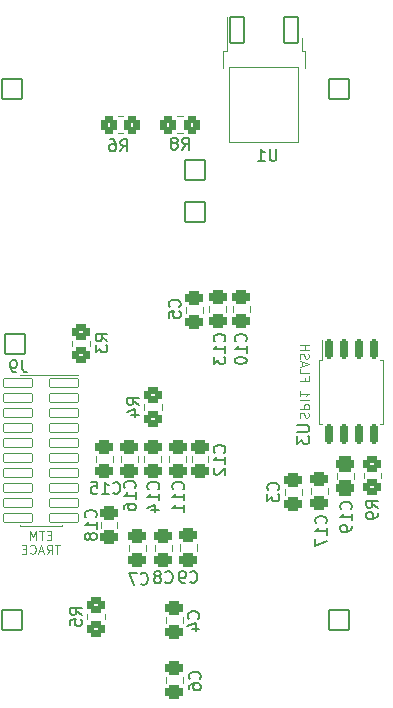
<source format=gbo>
%TF.GenerationSoftware,KiCad,Pcbnew,6.0.11+dfsg-1~bpo11+1*%
%TF.CreationDate,2023-05-10T08:43:11-04:00*%
%TF.ProjectId,proto-stm32f427,70726f74-6f2d-4737-946d-333266343237,rev?*%
%TF.SameCoordinates,Original*%
%TF.FileFunction,Legend,Bot*%
%TF.FilePolarity,Positive*%
%FSLAX46Y46*%
G04 Gerber Fmt 4.6, Leading zero omitted, Abs format (unit mm)*
G04 Created by KiCad (PCBNEW 6.0.11+dfsg-1~bpo11+1) date 2023-05-10 08:43:11*
%MOMM*%
%LPD*%
G01*
G04 APERTURE LIST*
G04 Aperture macros list*
%AMRoundRect*
0 Rectangle with rounded corners*
0 $1 Rounding radius*
0 $2 $3 $4 $5 $6 $7 $8 $9 X,Y pos of 4 corners*
0 Add a 4 corners polygon primitive as box body*
4,1,4,$2,$3,$4,$5,$6,$7,$8,$9,$2,$3,0*
0 Add four circle primitives for the rounded corners*
1,1,$1+$1,$2,$3*
1,1,$1+$1,$4,$5*
1,1,$1+$1,$6,$7*
1,1,$1+$1,$8,$9*
0 Add four rect primitives between the rounded corners*
20,1,$1+$1,$2,$3,$4,$5,0*
20,1,$1+$1,$4,$5,$6,$7,0*
20,1,$1+$1,$6,$7,$8,$9,0*
20,1,$1+$1,$8,$9,$2,$3,0*%
G04 Aperture macros list end*
%ADD10C,0.100000*%
%ADD11C,0.150000*%
%ADD12C,0.120000*%
%ADD13RoundRect,0.301000X-0.475000X0.337500X-0.475000X-0.337500X0.475000X-0.337500X0.475000X0.337500X0*%
%ADD14C,4.102000*%
%ADD15RoundRect,0.051000X-0.850000X-0.850000X0.850000X-0.850000X0.850000X0.850000X-0.850000X0.850000X0*%
%ADD16O,1.802000X1.802000*%
%ADD17RoundRect,0.051000X0.850000X-0.850000X0.850000X0.850000X-0.850000X0.850000X-0.850000X-0.850000X0*%
%ADD18C,1.602000*%
%ADD19C,0.752000*%
%ADD20O,1.102000X2.202000*%
%ADD21O,1.102000X1.902000*%
%ADD22RoundRect,0.301000X-0.450000X0.325000X-0.450000X-0.325000X0.450000X-0.325000X0.450000X0.325000X0*%
%ADD23RoundRect,0.301000X0.450000X-0.325000X0.450000X0.325000X-0.450000X0.325000X-0.450000X-0.325000X0*%
%ADD24RoundRect,0.301000X-0.450000X0.350000X-0.450000X-0.350000X0.450000X-0.350000X0.450000X0.350000X0*%
%ADD25RoundRect,0.051000X-0.600000X1.100000X-0.600000X-1.100000X0.600000X-1.100000X0.600000X1.100000X0*%
%ADD26RoundRect,0.051000X-2.900000X3.200000X-2.900000X-3.200000X2.900000X-3.200000X2.900000X3.200000X0*%
%ADD27RoundRect,0.301000X0.450000X-0.350000X0.450000X0.350000X-0.450000X0.350000X-0.450000X-0.350000X0*%
%ADD28RoundRect,0.301000X0.350000X0.450000X-0.350000X0.450000X-0.350000X-0.450000X0.350000X-0.450000X0*%
%ADD29RoundRect,0.301000X-0.350000X-0.450000X0.350000X-0.450000X0.350000X0.450000X-0.350000X0.450000X0*%
%ADD30RoundRect,0.051000X1.200000X0.370000X-1.200000X0.370000X-1.200000X-0.370000X1.200000X-0.370000X0*%
%ADD31RoundRect,0.201000X-0.150000X0.650000X-0.150000X-0.650000X0.150000X-0.650000X0.150000X0.650000X0*%
G04 APERTURE END LIST*
D10*
X129775000Y-152842678D02*
X129525000Y-152842678D01*
X129417857Y-153235535D02*
X129775000Y-153235535D01*
X129775000Y-152485535D01*
X129417857Y-152485535D01*
X129203571Y-152485535D02*
X128775000Y-152485535D01*
X128989285Y-153235535D02*
X128989285Y-152485535D01*
X128525000Y-153235535D02*
X128525000Y-152485535D01*
X128275000Y-153021250D01*
X128025000Y-152485535D01*
X128025000Y-153235535D01*
X130525000Y-153693035D02*
X130096428Y-153693035D01*
X130310714Y-154443035D02*
X130310714Y-153693035D01*
X129417857Y-154443035D02*
X129667857Y-154085892D01*
X129846428Y-154443035D02*
X129846428Y-153693035D01*
X129560714Y-153693035D01*
X129489285Y-153728750D01*
X129453571Y-153764464D01*
X129417857Y-153835892D01*
X129417857Y-153943035D01*
X129453571Y-154014464D01*
X129489285Y-154050178D01*
X129560714Y-154085892D01*
X129846428Y-154085892D01*
X129132142Y-154228750D02*
X128775000Y-154228750D01*
X129203571Y-154443035D02*
X128953571Y-153693035D01*
X128703571Y-154443035D01*
X128025000Y-154371607D02*
X128060714Y-154407321D01*
X128167857Y-154443035D01*
X128239285Y-154443035D01*
X128346428Y-154407321D01*
X128417857Y-154335892D01*
X128453571Y-154264464D01*
X128489285Y-154121607D01*
X128489285Y-154014464D01*
X128453571Y-153871607D01*
X128417857Y-153800178D01*
X128346428Y-153728750D01*
X128239285Y-153693035D01*
X128167857Y-153693035D01*
X128060714Y-153728750D01*
X128025000Y-153764464D01*
X127703571Y-154050178D02*
X127453571Y-154050178D01*
X127346428Y-154443035D02*
X127703571Y-154443035D01*
X127703571Y-153693035D01*
X127346428Y-153693035D01*
X150896428Y-142907142D02*
X150860714Y-142800000D01*
X150860714Y-142621428D01*
X150896428Y-142550000D01*
X150932142Y-142514285D01*
X151003571Y-142478571D01*
X151075000Y-142478571D01*
X151146428Y-142514285D01*
X151182142Y-142550000D01*
X151217857Y-142621428D01*
X151253571Y-142764285D01*
X151289285Y-142835714D01*
X151325000Y-142871428D01*
X151396428Y-142907142D01*
X151467857Y-142907142D01*
X151539285Y-142871428D01*
X151575000Y-142835714D01*
X151610714Y-142764285D01*
X151610714Y-142585714D01*
X151575000Y-142478571D01*
X150860714Y-142157142D02*
X151610714Y-142157142D01*
X151610714Y-141871428D01*
X151575000Y-141800000D01*
X151539285Y-141764285D01*
X151467857Y-141728571D01*
X151360714Y-141728571D01*
X151289285Y-141764285D01*
X151253571Y-141800000D01*
X151217857Y-141871428D01*
X151217857Y-142157142D01*
X150860714Y-141407142D02*
X151610714Y-141407142D01*
X150860714Y-140657142D02*
X150860714Y-141085714D01*
X150860714Y-140871428D02*
X151610714Y-140871428D01*
X151503571Y-140942857D01*
X151432142Y-141014285D01*
X151396428Y-141085714D01*
X151253571Y-139514285D02*
X151253571Y-139764285D01*
X150860714Y-139764285D02*
X151610714Y-139764285D01*
X151610714Y-139407142D01*
X150860714Y-138764285D02*
X150860714Y-139121428D01*
X151610714Y-139121428D01*
X151075000Y-138550000D02*
X151075000Y-138192857D01*
X150860714Y-138621428D02*
X151610714Y-138371428D01*
X150860714Y-138121428D01*
X150896428Y-137907142D02*
X150860714Y-137800000D01*
X150860714Y-137621428D01*
X150896428Y-137550000D01*
X150932142Y-137514285D01*
X151003571Y-137478571D01*
X151075000Y-137478571D01*
X151146428Y-137514285D01*
X151182142Y-137550000D01*
X151217857Y-137621428D01*
X151253571Y-137764285D01*
X151289285Y-137835714D01*
X151325000Y-137871428D01*
X151396428Y-137907142D01*
X151467857Y-137907142D01*
X151539285Y-137871428D01*
X151575000Y-137835714D01*
X151610714Y-137764285D01*
X151610714Y-137585714D01*
X151575000Y-137478571D01*
X150860714Y-137157142D02*
X151610714Y-137157142D01*
X151253571Y-137157142D02*
X151253571Y-136728571D01*
X150860714Y-136728571D02*
X151610714Y-136728571D01*
D11*
X155157142Y-150657142D02*
X155204761Y-150609523D01*
X155252380Y-150466666D01*
X155252380Y-150371428D01*
X155204761Y-150228571D01*
X155109523Y-150133333D01*
X155014285Y-150085714D01*
X154823809Y-150038095D01*
X154680952Y-150038095D01*
X154490476Y-150085714D01*
X154395238Y-150133333D01*
X154300000Y-150228571D01*
X154252380Y-150371428D01*
X154252380Y-150466666D01*
X154300000Y-150609523D01*
X154347619Y-150657142D01*
X155252380Y-151609523D02*
X155252380Y-151038095D01*
X155252380Y-151323809D02*
X154252380Y-151323809D01*
X154395238Y-151228571D01*
X154490476Y-151133333D01*
X154538095Y-151038095D01*
X155252380Y-152085714D02*
X155252380Y-152276190D01*
X155204761Y-152371428D01*
X155157142Y-152419047D01*
X155014285Y-152514285D01*
X154823809Y-152561904D01*
X154442857Y-152561904D01*
X154347619Y-152514285D01*
X154300000Y-152466666D01*
X154252380Y-152371428D01*
X154252380Y-152180952D01*
X154300000Y-152085714D01*
X154347619Y-152038095D01*
X154442857Y-151990476D01*
X154680952Y-151990476D01*
X154776190Y-152038095D01*
X154823809Y-152085714D01*
X154871428Y-152180952D01*
X154871428Y-152371428D01*
X154823809Y-152466666D01*
X154776190Y-152514285D01*
X154680952Y-152561904D01*
X149007142Y-149033333D02*
X149054761Y-148985714D01*
X149102380Y-148842857D01*
X149102380Y-148747619D01*
X149054761Y-148604761D01*
X148959523Y-148509523D01*
X148864285Y-148461904D01*
X148673809Y-148414285D01*
X148530952Y-148414285D01*
X148340476Y-148461904D01*
X148245238Y-148509523D01*
X148150000Y-148604761D01*
X148102380Y-148747619D01*
X148102380Y-148842857D01*
X148150000Y-148985714D01*
X148197619Y-149033333D01*
X148102380Y-149366666D02*
X148102380Y-149985714D01*
X148483333Y-149652380D01*
X148483333Y-149795238D01*
X148530952Y-149890476D01*
X148578571Y-149938095D01*
X148673809Y-149985714D01*
X148911904Y-149985714D01*
X149007142Y-149938095D01*
X149054761Y-149890476D01*
X149102380Y-149795238D01*
X149102380Y-149509523D01*
X149054761Y-149414285D01*
X149007142Y-149366666D01*
X142257142Y-159933333D02*
X142304761Y-159885714D01*
X142352380Y-159742857D01*
X142352380Y-159647619D01*
X142304761Y-159504761D01*
X142209523Y-159409523D01*
X142114285Y-159361904D01*
X141923809Y-159314285D01*
X141780952Y-159314285D01*
X141590476Y-159361904D01*
X141495238Y-159409523D01*
X141400000Y-159504761D01*
X141352380Y-159647619D01*
X141352380Y-159742857D01*
X141400000Y-159885714D01*
X141447619Y-159933333D01*
X141685714Y-160790476D02*
X142352380Y-160790476D01*
X141304761Y-160552380D02*
X142019047Y-160314285D01*
X142019047Y-160933333D01*
X140657142Y-133533333D02*
X140704761Y-133485714D01*
X140752380Y-133342857D01*
X140752380Y-133247619D01*
X140704761Y-133104761D01*
X140609523Y-133009523D01*
X140514285Y-132961904D01*
X140323809Y-132914285D01*
X140180952Y-132914285D01*
X139990476Y-132961904D01*
X139895238Y-133009523D01*
X139800000Y-133104761D01*
X139752380Y-133247619D01*
X139752380Y-133342857D01*
X139800000Y-133485714D01*
X139847619Y-133533333D01*
X139752380Y-134438095D02*
X139752380Y-133961904D01*
X140228571Y-133914285D01*
X140180952Y-133961904D01*
X140133333Y-134057142D01*
X140133333Y-134295238D01*
X140180952Y-134390476D01*
X140228571Y-134438095D01*
X140323809Y-134485714D01*
X140561904Y-134485714D01*
X140657142Y-134438095D01*
X140704761Y-134390476D01*
X140752380Y-134295238D01*
X140752380Y-134057142D01*
X140704761Y-133961904D01*
X140657142Y-133914285D01*
X139466666Y-156822142D02*
X139514285Y-156869761D01*
X139657142Y-156917380D01*
X139752380Y-156917380D01*
X139895238Y-156869761D01*
X139990476Y-156774523D01*
X140038095Y-156679285D01*
X140085714Y-156488809D01*
X140085714Y-156345952D01*
X140038095Y-156155476D01*
X139990476Y-156060238D01*
X139895238Y-155965000D01*
X139752380Y-155917380D01*
X139657142Y-155917380D01*
X139514285Y-155965000D01*
X139466666Y-156012619D01*
X138895238Y-156345952D02*
X138990476Y-156298333D01*
X139038095Y-156250714D01*
X139085714Y-156155476D01*
X139085714Y-156107857D01*
X139038095Y-156012619D01*
X138990476Y-155965000D01*
X138895238Y-155917380D01*
X138704761Y-155917380D01*
X138609523Y-155965000D01*
X138561904Y-156012619D01*
X138514285Y-156107857D01*
X138514285Y-156155476D01*
X138561904Y-156250714D01*
X138609523Y-156298333D01*
X138704761Y-156345952D01*
X138895238Y-156345952D01*
X138990476Y-156393571D01*
X139038095Y-156441190D01*
X139085714Y-156536428D01*
X139085714Y-156726904D01*
X139038095Y-156822142D01*
X138990476Y-156869761D01*
X138895238Y-156917380D01*
X138704761Y-156917380D01*
X138609523Y-156869761D01*
X138561904Y-156822142D01*
X138514285Y-156726904D01*
X138514285Y-156536428D01*
X138561904Y-156441190D01*
X138609523Y-156393571D01*
X138704761Y-156345952D01*
X141566666Y-156797142D02*
X141614285Y-156844761D01*
X141757142Y-156892380D01*
X141852380Y-156892380D01*
X141995238Y-156844761D01*
X142090476Y-156749523D01*
X142138095Y-156654285D01*
X142185714Y-156463809D01*
X142185714Y-156320952D01*
X142138095Y-156130476D01*
X142090476Y-156035238D01*
X141995238Y-155940000D01*
X141852380Y-155892380D01*
X141757142Y-155892380D01*
X141614285Y-155940000D01*
X141566666Y-155987619D01*
X141090476Y-156892380D02*
X140900000Y-156892380D01*
X140804761Y-156844761D01*
X140757142Y-156797142D01*
X140661904Y-156654285D01*
X140614285Y-156463809D01*
X140614285Y-156082857D01*
X140661904Y-155987619D01*
X140709523Y-155940000D01*
X140804761Y-155892380D01*
X140995238Y-155892380D01*
X141090476Y-155940000D01*
X141138095Y-155987619D01*
X141185714Y-156082857D01*
X141185714Y-156320952D01*
X141138095Y-156416190D01*
X141090476Y-156463809D01*
X140995238Y-156511428D01*
X140804761Y-156511428D01*
X140709523Y-156463809D01*
X140661904Y-156416190D01*
X140614285Y-156320952D01*
X146257142Y-136457142D02*
X146304761Y-136409523D01*
X146352380Y-136266666D01*
X146352380Y-136171428D01*
X146304761Y-136028571D01*
X146209523Y-135933333D01*
X146114285Y-135885714D01*
X145923809Y-135838095D01*
X145780952Y-135838095D01*
X145590476Y-135885714D01*
X145495238Y-135933333D01*
X145400000Y-136028571D01*
X145352380Y-136171428D01*
X145352380Y-136266666D01*
X145400000Y-136409523D01*
X145447619Y-136457142D01*
X146352380Y-137409523D02*
X146352380Y-136838095D01*
X146352380Y-137123809D02*
X145352380Y-137123809D01*
X145495238Y-137028571D01*
X145590476Y-136933333D01*
X145638095Y-136838095D01*
X145352380Y-138028571D02*
X145352380Y-138123809D01*
X145400000Y-138219047D01*
X145447619Y-138266666D01*
X145542857Y-138314285D01*
X145733333Y-138361904D01*
X145971428Y-138361904D01*
X146161904Y-138314285D01*
X146257142Y-138266666D01*
X146304761Y-138219047D01*
X146352380Y-138123809D01*
X146352380Y-138028571D01*
X146304761Y-137933333D01*
X146257142Y-137885714D01*
X146161904Y-137838095D01*
X145971428Y-137790476D01*
X145733333Y-137790476D01*
X145542857Y-137838095D01*
X145447619Y-137885714D01*
X145400000Y-137933333D01*
X145352380Y-138028571D01*
X140957142Y-148957142D02*
X141004761Y-148909523D01*
X141052380Y-148766666D01*
X141052380Y-148671428D01*
X141004761Y-148528571D01*
X140909523Y-148433333D01*
X140814285Y-148385714D01*
X140623809Y-148338095D01*
X140480952Y-148338095D01*
X140290476Y-148385714D01*
X140195238Y-148433333D01*
X140100000Y-148528571D01*
X140052380Y-148671428D01*
X140052380Y-148766666D01*
X140100000Y-148909523D01*
X140147619Y-148957142D01*
X141052380Y-149909523D02*
X141052380Y-149338095D01*
X141052380Y-149623809D02*
X140052380Y-149623809D01*
X140195238Y-149528571D01*
X140290476Y-149433333D01*
X140338095Y-149338095D01*
X141052380Y-150861904D02*
X141052380Y-150290476D01*
X141052380Y-150576190D02*
X140052380Y-150576190D01*
X140195238Y-150480952D01*
X140290476Y-150385714D01*
X140338095Y-150290476D01*
X144457142Y-145857142D02*
X144504761Y-145809523D01*
X144552380Y-145666666D01*
X144552380Y-145571428D01*
X144504761Y-145428571D01*
X144409523Y-145333333D01*
X144314285Y-145285714D01*
X144123809Y-145238095D01*
X143980952Y-145238095D01*
X143790476Y-145285714D01*
X143695238Y-145333333D01*
X143600000Y-145428571D01*
X143552380Y-145571428D01*
X143552380Y-145666666D01*
X143600000Y-145809523D01*
X143647619Y-145857142D01*
X144552380Y-146809523D02*
X144552380Y-146238095D01*
X144552380Y-146523809D02*
X143552380Y-146523809D01*
X143695238Y-146428571D01*
X143790476Y-146333333D01*
X143838095Y-146238095D01*
X143647619Y-147190476D02*
X143600000Y-147238095D01*
X143552380Y-147333333D01*
X143552380Y-147571428D01*
X143600000Y-147666666D01*
X143647619Y-147714285D01*
X143742857Y-147761904D01*
X143838095Y-147761904D01*
X143980952Y-147714285D01*
X144552380Y-147142857D01*
X144552380Y-147761904D01*
X144457142Y-136457142D02*
X144504761Y-136409523D01*
X144552380Y-136266666D01*
X144552380Y-136171428D01*
X144504761Y-136028571D01*
X144409523Y-135933333D01*
X144314285Y-135885714D01*
X144123809Y-135838095D01*
X143980952Y-135838095D01*
X143790476Y-135885714D01*
X143695238Y-135933333D01*
X143600000Y-136028571D01*
X143552380Y-136171428D01*
X143552380Y-136266666D01*
X143600000Y-136409523D01*
X143647619Y-136457142D01*
X144552380Y-137409523D02*
X144552380Y-136838095D01*
X144552380Y-137123809D02*
X143552380Y-137123809D01*
X143695238Y-137028571D01*
X143790476Y-136933333D01*
X143838095Y-136838095D01*
X143552380Y-137742857D02*
X143552380Y-138361904D01*
X143933333Y-138028571D01*
X143933333Y-138171428D01*
X143980952Y-138266666D01*
X144028571Y-138314285D01*
X144123809Y-138361904D01*
X144361904Y-138361904D01*
X144457142Y-138314285D01*
X144504761Y-138266666D01*
X144552380Y-138171428D01*
X144552380Y-137885714D01*
X144504761Y-137790476D01*
X144457142Y-137742857D01*
X138857142Y-148957142D02*
X138904761Y-148909523D01*
X138952380Y-148766666D01*
X138952380Y-148671428D01*
X138904761Y-148528571D01*
X138809523Y-148433333D01*
X138714285Y-148385714D01*
X138523809Y-148338095D01*
X138380952Y-148338095D01*
X138190476Y-148385714D01*
X138095238Y-148433333D01*
X138000000Y-148528571D01*
X137952380Y-148671428D01*
X137952380Y-148766666D01*
X138000000Y-148909523D01*
X138047619Y-148957142D01*
X138952380Y-149909523D02*
X138952380Y-149338095D01*
X138952380Y-149623809D02*
X137952380Y-149623809D01*
X138095238Y-149528571D01*
X138190476Y-149433333D01*
X138238095Y-149338095D01*
X138285714Y-150766666D02*
X138952380Y-150766666D01*
X137904761Y-150528571D02*
X138619047Y-150290476D01*
X138619047Y-150909523D01*
X135042857Y-149257142D02*
X135090476Y-149304761D01*
X135233333Y-149352380D01*
X135328571Y-149352380D01*
X135471428Y-149304761D01*
X135566666Y-149209523D01*
X135614285Y-149114285D01*
X135661904Y-148923809D01*
X135661904Y-148780952D01*
X135614285Y-148590476D01*
X135566666Y-148495238D01*
X135471428Y-148400000D01*
X135328571Y-148352380D01*
X135233333Y-148352380D01*
X135090476Y-148400000D01*
X135042857Y-148447619D01*
X134090476Y-149352380D02*
X134661904Y-149352380D01*
X134376190Y-149352380D02*
X134376190Y-148352380D01*
X134471428Y-148495238D01*
X134566666Y-148590476D01*
X134661904Y-148638095D01*
X133185714Y-148352380D02*
X133661904Y-148352380D01*
X133709523Y-148828571D01*
X133661904Y-148780952D01*
X133566666Y-148733333D01*
X133328571Y-148733333D01*
X133233333Y-148780952D01*
X133185714Y-148828571D01*
X133138095Y-148923809D01*
X133138095Y-149161904D01*
X133185714Y-149257142D01*
X133233333Y-149304761D01*
X133328571Y-149352380D01*
X133566666Y-149352380D01*
X133661904Y-149304761D01*
X133709523Y-149257142D01*
X136857142Y-148857142D02*
X136904761Y-148809523D01*
X136952380Y-148666666D01*
X136952380Y-148571428D01*
X136904761Y-148428571D01*
X136809523Y-148333333D01*
X136714285Y-148285714D01*
X136523809Y-148238095D01*
X136380952Y-148238095D01*
X136190476Y-148285714D01*
X136095238Y-148333333D01*
X136000000Y-148428571D01*
X135952380Y-148571428D01*
X135952380Y-148666666D01*
X136000000Y-148809523D01*
X136047619Y-148857142D01*
X136952380Y-149809523D02*
X136952380Y-149238095D01*
X136952380Y-149523809D02*
X135952380Y-149523809D01*
X136095238Y-149428571D01*
X136190476Y-149333333D01*
X136238095Y-149238095D01*
X135952380Y-150666666D02*
X135952380Y-150476190D01*
X136000000Y-150380952D01*
X136047619Y-150333333D01*
X136190476Y-150238095D01*
X136380952Y-150190476D01*
X136761904Y-150190476D01*
X136857142Y-150238095D01*
X136904761Y-150285714D01*
X136952380Y-150380952D01*
X136952380Y-150571428D01*
X136904761Y-150666666D01*
X136857142Y-150714285D01*
X136761904Y-150761904D01*
X136523809Y-150761904D01*
X136428571Y-150714285D01*
X136380952Y-150666666D01*
X136333333Y-150571428D01*
X136333333Y-150380952D01*
X136380952Y-150285714D01*
X136428571Y-150238095D01*
X136523809Y-150190476D01*
X133557142Y-151357142D02*
X133604761Y-151309523D01*
X133652380Y-151166666D01*
X133652380Y-151071428D01*
X133604761Y-150928571D01*
X133509523Y-150833333D01*
X133414285Y-150785714D01*
X133223809Y-150738095D01*
X133080952Y-150738095D01*
X132890476Y-150785714D01*
X132795238Y-150833333D01*
X132700000Y-150928571D01*
X132652380Y-151071428D01*
X132652380Y-151166666D01*
X132700000Y-151309523D01*
X132747619Y-151357142D01*
X133652380Y-152309523D02*
X133652380Y-151738095D01*
X133652380Y-152023809D02*
X132652380Y-152023809D01*
X132795238Y-151928571D01*
X132890476Y-151833333D01*
X132938095Y-151738095D01*
X133080952Y-152880952D02*
X133033333Y-152785714D01*
X132985714Y-152738095D01*
X132890476Y-152690476D01*
X132842857Y-152690476D01*
X132747619Y-152738095D01*
X132700000Y-152785714D01*
X132652380Y-152880952D01*
X132652380Y-153071428D01*
X132700000Y-153166666D01*
X132747619Y-153214285D01*
X132842857Y-153261904D01*
X132890476Y-153261904D01*
X132985714Y-153214285D01*
X133033333Y-153166666D01*
X133080952Y-153071428D01*
X133080952Y-152880952D01*
X133128571Y-152785714D01*
X133176190Y-152738095D01*
X133271428Y-152690476D01*
X133461904Y-152690476D01*
X133557142Y-152738095D01*
X133604761Y-152785714D01*
X133652380Y-152880952D01*
X133652380Y-153071428D01*
X133604761Y-153166666D01*
X133557142Y-153214285D01*
X133461904Y-153261904D01*
X133271428Y-153261904D01*
X133176190Y-153214285D01*
X133128571Y-153166666D01*
X133080952Y-153071428D01*
X132406380Y-159599333D02*
X131930190Y-159266000D01*
X132406380Y-159027904D02*
X131406380Y-159027904D01*
X131406380Y-159408857D01*
X131454000Y-159504095D01*
X131501619Y-159551714D01*
X131596857Y-159599333D01*
X131739714Y-159599333D01*
X131834952Y-159551714D01*
X131882571Y-159504095D01*
X131930190Y-159408857D01*
X131930190Y-159027904D01*
X131406380Y-160504095D02*
X131406380Y-160027904D01*
X131882571Y-159980285D01*
X131834952Y-160027904D01*
X131787333Y-160123142D01*
X131787333Y-160361238D01*
X131834952Y-160456476D01*
X131882571Y-160504095D01*
X131977809Y-160551714D01*
X132215904Y-160551714D01*
X132311142Y-160504095D01*
X132358761Y-160456476D01*
X132406380Y-160361238D01*
X132406380Y-160123142D01*
X132358761Y-160027904D01*
X132311142Y-159980285D01*
X148861904Y-120152380D02*
X148861904Y-120961904D01*
X148814285Y-121057142D01*
X148766666Y-121104761D01*
X148671428Y-121152380D01*
X148480952Y-121152380D01*
X148385714Y-121104761D01*
X148338095Y-121057142D01*
X148290476Y-120961904D01*
X148290476Y-120152380D01*
X147290476Y-121152380D02*
X147861904Y-121152380D01*
X147576190Y-121152380D02*
X147576190Y-120152380D01*
X147671428Y-120295238D01*
X147766666Y-120390476D01*
X147861904Y-120438095D01*
X153057142Y-151857142D02*
X153104761Y-151809523D01*
X153152380Y-151666666D01*
X153152380Y-151571428D01*
X153104761Y-151428571D01*
X153009523Y-151333333D01*
X152914285Y-151285714D01*
X152723809Y-151238095D01*
X152580952Y-151238095D01*
X152390476Y-151285714D01*
X152295238Y-151333333D01*
X152200000Y-151428571D01*
X152152380Y-151571428D01*
X152152380Y-151666666D01*
X152200000Y-151809523D01*
X152247619Y-151857142D01*
X153152380Y-152809523D02*
X153152380Y-152238095D01*
X153152380Y-152523809D02*
X152152380Y-152523809D01*
X152295238Y-152428571D01*
X152390476Y-152333333D01*
X152438095Y-152238095D01*
X152152380Y-153142857D02*
X152152380Y-153809523D01*
X153152380Y-153380952D01*
X134552380Y-136433333D02*
X134076190Y-136100000D01*
X134552380Y-135861904D02*
X133552380Y-135861904D01*
X133552380Y-136242857D01*
X133600000Y-136338095D01*
X133647619Y-136385714D01*
X133742857Y-136433333D01*
X133885714Y-136433333D01*
X133980952Y-136385714D01*
X134028571Y-136338095D01*
X134076190Y-136242857D01*
X134076190Y-135861904D01*
X133552380Y-136766666D02*
X133552380Y-137385714D01*
X133933333Y-137052380D01*
X133933333Y-137195238D01*
X133980952Y-137290476D01*
X134028571Y-137338095D01*
X134123809Y-137385714D01*
X134361904Y-137385714D01*
X134457142Y-137338095D01*
X134504761Y-137290476D01*
X134552380Y-137195238D01*
X134552380Y-136909523D01*
X134504761Y-136814285D01*
X134457142Y-136766666D01*
X137232380Y-141835333D02*
X136756190Y-141502000D01*
X137232380Y-141263904D02*
X136232380Y-141263904D01*
X136232380Y-141644857D01*
X136280000Y-141740095D01*
X136327619Y-141787714D01*
X136422857Y-141835333D01*
X136565714Y-141835333D01*
X136660952Y-141787714D01*
X136708571Y-141740095D01*
X136756190Y-141644857D01*
X136756190Y-141263904D01*
X136565714Y-142692476D02*
X137232380Y-142692476D01*
X136184761Y-142454380D02*
X136899047Y-142216285D01*
X136899047Y-142835333D01*
X142357142Y-165033333D02*
X142404761Y-164985714D01*
X142452380Y-164842857D01*
X142452380Y-164747619D01*
X142404761Y-164604761D01*
X142309523Y-164509523D01*
X142214285Y-164461904D01*
X142023809Y-164414285D01*
X141880952Y-164414285D01*
X141690476Y-164461904D01*
X141595238Y-164509523D01*
X141500000Y-164604761D01*
X141452380Y-164747619D01*
X141452380Y-164842857D01*
X141500000Y-164985714D01*
X141547619Y-165033333D01*
X141452380Y-165890476D02*
X141452380Y-165700000D01*
X141500000Y-165604761D01*
X141547619Y-165557142D01*
X141690476Y-165461904D01*
X141880952Y-165414285D01*
X142261904Y-165414285D01*
X142357142Y-165461904D01*
X142404761Y-165509523D01*
X142452380Y-165604761D01*
X142452380Y-165795238D01*
X142404761Y-165890476D01*
X142357142Y-165938095D01*
X142261904Y-165985714D01*
X142023809Y-165985714D01*
X141928571Y-165938095D01*
X141880952Y-165890476D01*
X141833333Y-165795238D01*
X141833333Y-165604761D01*
X141880952Y-165509523D01*
X141928571Y-165461904D01*
X142023809Y-165414285D01*
X137366666Y-156957142D02*
X137414285Y-157004761D01*
X137557142Y-157052380D01*
X137652380Y-157052380D01*
X137795238Y-157004761D01*
X137890476Y-156909523D01*
X137938095Y-156814285D01*
X137985714Y-156623809D01*
X137985714Y-156480952D01*
X137938095Y-156290476D01*
X137890476Y-156195238D01*
X137795238Y-156100000D01*
X137652380Y-156052380D01*
X137557142Y-156052380D01*
X137414285Y-156100000D01*
X137366666Y-156147619D01*
X137033333Y-156052380D02*
X136366666Y-156052380D01*
X136795238Y-157052380D01*
X135666666Y-120352380D02*
X136000000Y-119876190D01*
X136238095Y-120352380D02*
X136238095Y-119352380D01*
X135857142Y-119352380D01*
X135761904Y-119400000D01*
X135714285Y-119447619D01*
X135666666Y-119542857D01*
X135666666Y-119685714D01*
X135714285Y-119780952D01*
X135761904Y-119828571D01*
X135857142Y-119876190D01*
X136238095Y-119876190D01*
X134809523Y-119352380D02*
X135000000Y-119352380D01*
X135095238Y-119400000D01*
X135142857Y-119447619D01*
X135238095Y-119590476D01*
X135285714Y-119780952D01*
X135285714Y-120161904D01*
X135238095Y-120257142D01*
X135190476Y-120304761D01*
X135095238Y-120352380D01*
X134904761Y-120352380D01*
X134809523Y-120304761D01*
X134761904Y-120257142D01*
X134714285Y-120161904D01*
X134714285Y-119923809D01*
X134761904Y-119828571D01*
X134809523Y-119780952D01*
X134904761Y-119733333D01*
X135095238Y-119733333D01*
X135190476Y-119780952D01*
X135238095Y-119828571D01*
X135285714Y-119923809D01*
X140882666Y-120212380D02*
X141216000Y-119736190D01*
X141454095Y-120212380D02*
X141454095Y-119212380D01*
X141073142Y-119212380D01*
X140977904Y-119260000D01*
X140930285Y-119307619D01*
X140882666Y-119402857D01*
X140882666Y-119545714D01*
X140930285Y-119640952D01*
X140977904Y-119688571D01*
X141073142Y-119736190D01*
X141454095Y-119736190D01*
X140311238Y-119640952D02*
X140406476Y-119593333D01*
X140454095Y-119545714D01*
X140501714Y-119450476D01*
X140501714Y-119402857D01*
X140454095Y-119307619D01*
X140406476Y-119260000D01*
X140311238Y-119212380D01*
X140120761Y-119212380D01*
X140025523Y-119260000D01*
X139977904Y-119307619D01*
X139930285Y-119402857D01*
X139930285Y-119450476D01*
X139977904Y-119545714D01*
X140025523Y-119593333D01*
X140120761Y-119640952D01*
X140311238Y-119640952D01*
X140406476Y-119688571D01*
X140454095Y-119736190D01*
X140501714Y-119831428D01*
X140501714Y-120021904D01*
X140454095Y-120117142D01*
X140406476Y-120164761D01*
X140311238Y-120212380D01*
X140120761Y-120212380D01*
X140025523Y-120164761D01*
X139977904Y-120117142D01*
X139930285Y-120021904D01*
X139930285Y-119831428D01*
X139977904Y-119736190D01*
X140025523Y-119688571D01*
X140120761Y-119640952D01*
X127333333Y-138052380D02*
X127333333Y-138766666D01*
X127380952Y-138909523D01*
X127476190Y-139004761D01*
X127619047Y-139052380D01*
X127714285Y-139052380D01*
X126809523Y-139052380D02*
X126619047Y-139052380D01*
X126523809Y-139004761D01*
X126476190Y-138957142D01*
X126380952Y-138814285D01*
X126333333Y-138623809D01*
X126333333Y-138242857D01*
X126380952Y-138147619D01*
X126428571Y-138100000D01*
X126523809Y-138052380D01*
X126714285Y-138052380D01*
X126809523Y-138100000D01*
X126857142Y-138147619D01*
X126904761Y-138242857D01*
X126904761Y-138480952D01*
X126857142Y-138576190D01*
X126809523Y-138623809D01*
X126714285Y-138671428D01*
X126523809Y-138671428D01*
X126428571Y-138623809D01*
X126380952Y-138576190D01*
X126333333Y-138480952D01*
X157452380Y-150533333D02*
X156976190Y-150200000D01*
X157452380Y-149961904D02*
X156452380Y-149961904D01*
X156452380Y-150342857D01*
X156500000Y-150438095D01*
X156547619Y-150485714D01*
X156642857Y-150533333D01*
X156785714Y-150533333D01*
X156880952Y-150485714D01*
X156928571Y-150438095D01*
X156976190Y-150342857D01*
X156976190Y-149961904D01*
X157452380Y-151009523D02*
X157452380Y-151200000D01*
X157404761Y-151295238D01*
X157357142Y-151342857D01*
X157214285Y-151438095D01*
X157023809Y-151485714D01*
X156642857Y-151485714D01*
X156547619Y-151438095D01*
X156500000Y-151390476D01*
X156452380Y-151295238D01*
X156452380Y-151104761D01*
X156500000Y-151009523D01*
X156547619Y-150961904D01*
X156642857Y-150914285D01*
X156880952Y-150914285D01*
X156976190Y-150961904D01*
X157023809Y-151009523D01*
X157071428Y-151104761D01*
X157071428Y-151295238D01*
X157023809Y-151390476D01*
X156976190Y-151438095D01*
X156880952Y-151485714D01*
X150652380Y-143538095D02*
X151461904Y-143538095D01*
X151557142Y-143585714D01*
X151604761Y-143633333D01*
X151652380Y-143728571D01*
X151652380Y-143919047D01*
X151604761Y-144014285D01*
X151557142Y-144061904D01*
X151461904Y-144109523D01*
X150652380Y-144109523D01*
X150652380Y-144490476D02*
X150652380Y-145109523D01*
X151033333Y-144776190D01*
X151033333Y-144919047D01*
X151080952Y-145014285D01*
X151128571Y-145061904D01*
X151223809Y-145109523D01*
X151461904Y-145109523D01*
X151557142Y-145061904D01*
X151604761Y-145014285D01*
X151652380Y-144919047D01*
X151652380Y-144633333D01*
X151604761Y-144538095D01*
X151557142Y-144490476D01*
D12*
X155435000Y-147576248D02*
X155435000Y-148098752D01*
X153965000Y-147576248D02*
X153965000Y-148098752D01*
X149590000Y-148938748D02*
X149590000Y-149461252D01*
X151010000Y-148938748D02*
X151010000Y-149461252D01*
X139498000Y-160272252D02*
X139498000Y-159749748D01*
X140918000Y-160272252D02*
X140918000Y-159749748D01*
X141190000Y-134036252D02*
X141190000Y-133513748D01*
X142610000Y-134036252D02*
X142610000Y-133513748D01*
X138590000Y-153663748D02*
X138590000Y-154186252D01*
X140010000Y-153663748D02*
X140010000Y-154186252D01*
X142110000Y-154161252D02*
X142110000Y-153638748D01*
X140690000Y-154161252D02*
X140690000Y-153638748D01*
X145190000Y-133438748D02*
X145190000Y-133961252D01*
X146610000Y-133438748D02*
X146610000Y-133961252D01*
X139790000Y-146661252D02*
X139790000Y-146138748D01*
X141210000Y-146661252D02*
X141210000Y-146138748D01*
X141695000Y-146661252D02*
X141695000Y-146138748D01*
X143115000Y-146661252D02*
X143115000Y-146138748D01*
X144610000Y-133463748D02*
X144610000Y-133986252D01*
X143190000Y-133463748D02*
X143190000Y-133986252D01*
X139110000Y-146661252D02*
X139110000Y-146138748D01*
X137690000Y-146661252D02*
X137690000Y-146138748D01*
X135010000Y-146661252D02*
X135010000Y-146138748D01*
X133590000Y-146661252D02*
X133590000Y-146138748D01*
X137110000Y-146636252D02*
X137110000Y-146113748D01*
X135690000Y-146636252D02*
X135690000Y-146113748D01*
X133990000Y-152261252D02*
X133990000Y-151738748D01*
X135410000Y-152261252D02*
X135410000Y-151738748D01*
X134339000Y-159538936D02*
X134339000Y-159993064D01*
X132869000Y-159538936D02*
X132869000Y-159993064D01*
X144378000Y-113330000D02*
X144378000Y-111830000D01*
X151278000Y-113330000D02*
X151278000Y-111830000D01*
X151278000Y-111830000D02*
X151008000Y-111830000D01*
X151008000Y-111830000D02*
X151008000Y-110730000D01*
X144378000Y-111830000D02*
X144648000Y-111830000D01*
X144648000Y-111830000D02*
X144648000Y-109000000D01*
X151790000Y-149386252D02*
X151790000Y-148863748D01*
X153210000Y-149386252D02*
X153210000Y-148863748D01*
X133069000Y-136863064D02*
X133069000Y-136408936D01*
X131599000Y-136863064D02*
X131599000Y-136408936D01*
X137695000Y-141774936D02*
X137695000Y-142229064D01*
X139165000Y-141774936D02*
X139165000Y-142229064D01*
X140918000Y-165361252D02*
X140918000Y-164838748D01*
X139498000Y-165361252D02*
X139498000Y-164838748D01*
X136390000Y-153663748D02*
X136390000Y-154186252D01*
X137810000Y-153663748D02*
X137810000Y-154186252D01*
X135879064Y-118845000D02*
X135424936Y-118845000D01*
X135879064Y-117375000D02*
X135424936Y-117375000D01*
X140488936Y-117375000D02*
X140943064Y-117375000D01*
X140488936Y-118845000D02*
X140943064Y-118845000D01*
X130715000Y-152079000D02*
X127185000Y-152079000D01*
X130715000Y-139259000D02*
X130715000Y-139324000D01*
X130715000Y-152014000D02*
X130715000Y-152079000D01*
X127185000Y-139259000D02*
X127185000Y-139324000D01*
X132040000Y-139324000D02*
X130715000Y-139324000D01*
X130715000Y-139259000D02*
X127185000Y-139259000D01*
X127185000Y-152014000D02*
X127185000Y-152079000D01*
X156265000Y-147572936D02*
X156265000Y-148027064D01*
X157735000Y-147572936D02*
X157735000Y-148027064D01*
X157919000Y-140716000D02*
X157919000Y-137991000D01*
X152729000Y-137991000D02*
X152729000Y-136316000D01*
X157919000Y-140716000D02*
X157919000Y-143441000D01*
X152469000Y-143441000D02*
X152729000Y-143441000D01*
X157919000Y-137991000D02*
X157659000Y-137991000D01*
X152469000Y-140716000D02*
X152469000Y-143441000D01*
X152469000Y-137991000D02*
X152729000Y-137991000D01*
X157919000Y-143441000D02*
X157659000Y-143441000D01*
X152469000Y-140716000D02*
X152469000Y-137991000D01*
%LPC*%
D13*
X154700000Y-148875000D03*
X154700000Y-146800000D03*
D14*
X156000000Y-183200000D03*
X127400000Y-183200000D03*
X127400000Y-110490000D03*
D15*
X126492000Y-160020000D03*
D16*
X129032000Y-160020000D03*
X126492000Y-162560000D03*
X129032000Y-162560000D03*
X126492000Y-165100000D03*
X129032000Y-165100000D03*
X126492000Y-167640000D03*
X129032000Y-167640000D03*
X126492000Y-170180000D03*
X129032000Y-170180000D03*
X126492000Y-172720000D03*
X129032000Y-172720000D03*
X126492000Y-175260000D03*
X129032000Y-175260000D03*
X126492000Y-177800000D03*
X129032000Y-177800000D03*
D15*
X154178000Y-115077000D03*
D16*
X156718000Y-115077000D03*
X154178000Y-117617000D03*
X156718000Y-117617000D03*
X154178000Y-120157000D03*
X156718000Y-120157000D03*
X154178000Y-122697000D03*
X156718000Y-122697000D03*
X154178000Y-125237000D03*
X156718000Y-125237000D03*
X154178000Y-127777000D03*
X156718000Y-127777000D03*
X154178000Y-130317000D03*
X156718000Y-130317000D03*
X154178000Y-132857000D03*
X156718000Y-132857000D03*
D17*
X141981000Y-121920000D03*
D16*
X144521000Y-121920000D03*
D18*
X136652000Y-159204000D03*
X136652000Y-164084000D03*
D17*
X132857000Y-183896000D03*
D16*
X132857000Y-181356000D03*
X135397000Y-183896000D03*
X135397000Y-181356000D03*
X137937000Y-183896000D03*
X137937000Y-181356000D03*
X140477000Y-183896000D03*
X140477000Y-181356000D03*
X143017000Y-183896000D03*
X143017000Y-181356000D03*
X145557000Y-183896000D03*
X145557000Y-181356000D03*
X148097000Y-183896000D03*
X148097000Y-181356000D03*
X150637000Y-183896000D03*
X150637000Y-181356000D03*
D15*
X126487000Y-115062000D03*
D16*
X129027000Y-115062000D03*
X126487000Y-117602000D03*
X129027000Y-117602000D03*
X126487000Y-120142000D03*
X129027000Y-120142000D03*
X126487000Y-122682000D03*
X129027000Y-122682000D03*
X126487000Y-125222000D03*
X129027000Y-125222000D03*
X126487000Y-127762000D03*
X129027000Y-127762000D03*
X126487000Y-130302000D03*
X129027000Y-130302000D03*
X126487000Y-132842000D03*
X129027000Y-132842000D03*
D19*
X135540000Y-114111000D03*
X141320000Y-114111000D03*
D20*
X142750000Y-114611000D03*
D21*
X142750000Y-110431000D03*
D20*
X134110000Y-114611000D03*
D21*
X134110000Y-110431000D03*
D15*
X154178000Y-160020000D03*
D16*
X156718000Y-160020000D03*
X154178000Y-162560000D03*
X156718000Y-162560000D03*
X154178000Y-165100000D03*
X156718000Y-165100000D03*
X154178000Y-167640000D03*
X156718000Y-167640000D03*
X154178000Y-170180000D03*
X156718000Y-170180000D03*
X154178000Y-172720000D03*
X156718000Y-172720000D03*
X154178000Y-175260000D03*
X156718000Y-175260000D03*
X154178000Y-177800000D03*
X156718000Y-177800000D03*
D14*
X155956000Y-110490000D03*
D17*
X141986000Y-125476000D03*
D16*
X144526000Y-125476000D03*
D17*
X126746000Y-136652000D03*
D16*
X129286000Y-136652000D03*
D22*
X150300000Y-148175000D03*
X150300000Y-150225000D03*
D23*
X140208000Y-161036000D03*
X140208000Y-158986000D03*
X141900000Y-134800000D03*
X141900000Y-132750000D03*
D22*
X139300000Y-152900000D03*
X139300000Y-154950000D03*
D23*
X141400000Y-154925000D03*
X141400000Y-152875000D03*
D22*
X145900000Y-132675000D03*
X145900000Y-134725000D03*
D23*
X140500000Y-145375000D03*
X140500000Y-147425000D03*
X142405000Y-145375000D03*
X142405000Y-147425000D03*
D22*
X143900000Y-132700000D03*
X143900000Y-134750000D03*
D23*
X138400000Y-147425000D03*
X138400000Y-145375000D03*
X134300000Y-145375000D03*
X134300000Y-147425000D03*
X136400000Y-147400000D03*
X136400000Y-145350000D03*
X134700000Y-153025000D03*
X134700000Y-150975000D03*
D24*
X133604000Y-158766000D03*
X133604000Y-160766000D03*
D25*
X145548000Y-110100000D03*
D26*
X147828000Y-116400000D03*
D25*
X150108000Y-110100000D03*
D23*
X152500000Y-150150000D03*
X152500000Y-148100000D03*
D27*
X132334000Y-137636000D03*
X132334000Y-135636000D03*
D24*
X138430000Y-141002000D03*
X138430000Y-143002000D03*
D23*
X140208000Y-166125000D03*
X140208000Y-164075000D03*
D22*
X137100000Y-152900000D03*
X137100000Y-154950000D03*
D28*
X136652000Y-118110000D03*
X134652000Y-118110000D03*
D29*
X139716000Y-118110000D03*
X141716000Y-118110000D03*
D30*
X130900000Y-139954000D03*
X127000000Y-139954000D03*
X130900000Y-141224000D03*
X127000000Y-141224000D03*
X130900000Y-142494000D03*
X127000000Y-142494000D03*
X130900000Y-143764000D03*
X127000000Y-143764000D03*
X130900000Y-145034000D03*
X127000000Y-145034000D03*
X130900000Y-146304000D03*
X127000000Y-146304000D03*
X130900000Y-147574000D03*
X127000000Y-147574000D03*
X130900000Y-148844000D03*
X127000000Y-148844000D03*
X130900000Y-150114000D03*
X127000000Y-150114000D03*
X130900000Y-151384000D03*
X127000000Y-151384000D03*
D24*
X157000000Y-146800000D03*
X157000000Y-148800000D03*
D31*
X153289000Y-144316000D03*
X154559000Y-144316000D03*
X155829000Y-144316000D03*
X157099000Y-144316000D03*
X157099000Y-137116000D03*
X155829000Y-137116000D03*
X154559000Y-137116000D03*
X153289000Y-137116000D03*
M02*

</source>
